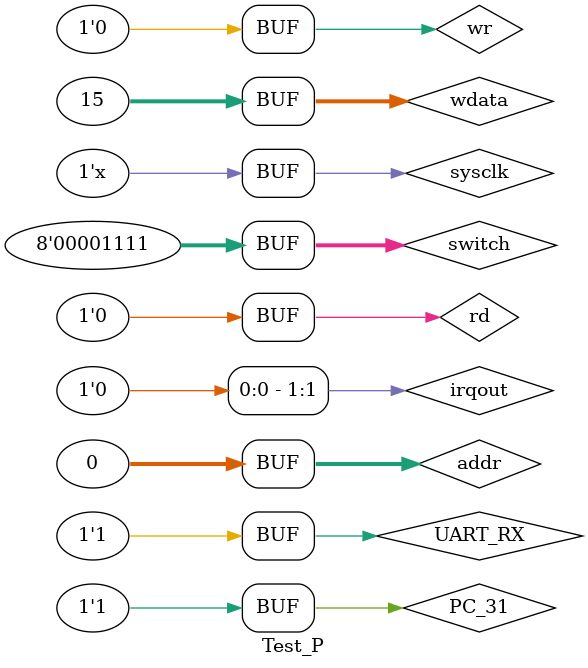
<source format=v>
`timescale 1ns / 1ns

    module Peripheral(reset, sysclk, rd, wr, addr, wdata, rdata, led, switch,
                      digi, UART_RX, UART_TX, irqout, PC_31);
// addr means address
input reset, PC_31; // clk is clk of CPU
input rd, wr;       // enable to read or write
input [31:0] addr;
input [31:0] wdata;
output [31:0] rdata;
reg [31:0] rdata;

output [7:0] led;
reg [7:0] led;
input [7:0] switch;
output [11:0] digi;
reg [11:0] digi;
output wire irqout;

input UART_RX, sysclk;
output UART_TX;
reg [7:0] UART_TXD;
reg [7:0] UART_RXD;
reg [4:0] UART_CON;
wire [7:0] RX_DATA;
wire [7:0] TX_DATA;
wire RX_STATUS;
reg TX_EN;
wire TX_STATUS;
reg [10:0] cnt_EN;

reg [31:0] TH, TL; // TL increases as CLK changes
reg [2:0] TCON;
wire Clk_16_9600;

initial begin TX_EN = 0;
cnt_EN = 0;
end

    assign TX_DATA = UART_TXD;
CLK clk1(sysclk, Clk_16_9600);
Receiver receiver(reset, UART_RX, Clk_16_9600, RX_DATA, RX_STATUS);
Sender sender(TX_EN, sysclk, Clk_16_9600, TX_DATA, TX_STATUS, UART_TX);

assign irqout = (~PC_31) & TCON[2];

always @(*) begin if (rd) begin case (addr)32'h40000000 : rdata <= TH;
32'h40000004 : rdata <= TL;
32'h40000008 : rdata <= {29'b0, TCON};
32'h4000000C : rdata <= {24'b0, led};
32'h40000010 : rdata <= { 24'b0, switch };
32'h40000014 : rdata <= {20'b0, digi};
32'h40000018 : rdata <= {24'b0, UART_TXD};
32'h4000001c : rdata <= {24'b0, UART_RXD};
32'h40000020 : rdata <= {27'b0, UART_CON};
default:
rdata <= 32'b0;
endcase end else rdata <= 32'b0;
end

    reg Pre_RX_STATUS,
    Pre_TX_STATUS;
always @(negedge reset or posedge sysclk) begin if (~reset) begin TH <= 32'b0;
TL <= 32'b0;
TCON <= 3'b0;
UART_CON <= 5'b0;
UART_RXD <= 0;
UART_TXD <= 0;
TX_EN = 0;
cnt_EN = 0;
end else begin if (TCON[0]) begin // timer is enabled
    if (TL == 32'hffffffff) begin TL <= TH;
if (TCON[1])
  TCON[2] <= 1'b1; // irq is enabled
end else TL <= TL + 1;
end

    // Reading
    if (rd && (addr == 32'h4000_0020)) begin // after reading, change to 0
    if (UART_CON[2]) UART_CON[2] <= 1'b0;
if (UART_CON[3])
  UART_CON[3] <= 1'b0;
end
    // when posedge, let RXD=RX
    if (~RX_STATUS) Pre_RX_STATUS <= 0;
if (RX_STATUS && ~Pre_RX_STATUS)
  begin UART_CON[3] <= 1; // finish update RXD, is OK to read it
UART_RXD <= RX_DATA;
Pre_RX_STATUS <= 1;
end

    // Sending
    if (~TX_STATUS) Pre_TX_STATUS <= 0;
if (TX_STATUS && Pre_TX_STATUS)
  begin UART_CON[4] = 0;
UART_CON[2] <= 1;
Pre_TX_STATUS <= 1;
end

    if (TX_EN) begin if (cnt_EN < 20) cnt_EN <= cnt_EN + 1;
else begin cnt_EN <= 0;
TX_EN <= 0;
end end

    if (wr) begin case (addr)32'h40000000 : TH
                                            <= wdata;
32'h40000004 : TL <= wdata;
32'h40000008 : TCON <= wdata [2:0];
32'h4000000C : led <= wdata [7:0];
32'h40000014 : digi <= wdata [11:0];
32'h40000018 : begin UART_TXD <= wdata [7:0];
if (TX_STATUS && ~TX_EN)
  begin TX_EN <= 1; // let Sender sending
UART_CON[4] = 1;
end

        end 32'h4000001c : UART_RXD <= wdata [7:0];
32'h40000020 : UART_CON <= wdata [4:0];
default:;
endcase end end end endmodule

    module Test_P;
reg reset, rd, wr, UART_RX, sysclk, PC_31;
reg [31:0] wdata, addr;
reg [7:0] switch;
wire [31:0] rdata;
wire [7:0] led;
wire [11:0] digi;
wire [1:0] irqout;
wire UART_TX;
initial begin sysclk <= 1;
switch
  <= 8'd15;
PC_31 <= 1;
UART_RX <= 0;
# 500 UART_RX <= 1;
rd <= 0;
wr <= 0;
// wait till finish read
# 100000 rd <= 1;
addr <= 32'h4000001c;
# 100000
rd <= 0;
wr <= 1;
addr <= 32'h40000018;
wdata <= 32'd15; // 0f
# 100 wr <= 0;
addr <= 0;
end

    always begin
# 1 sysclk <= ~sysclk;
        end

            Peripheral P(reset, sysclk, rd, wr, addr, wdata, rdata, led, switch,
                         digi, UART_RX, UART_TX, irqout, PC_31);
endmodule
</source>
